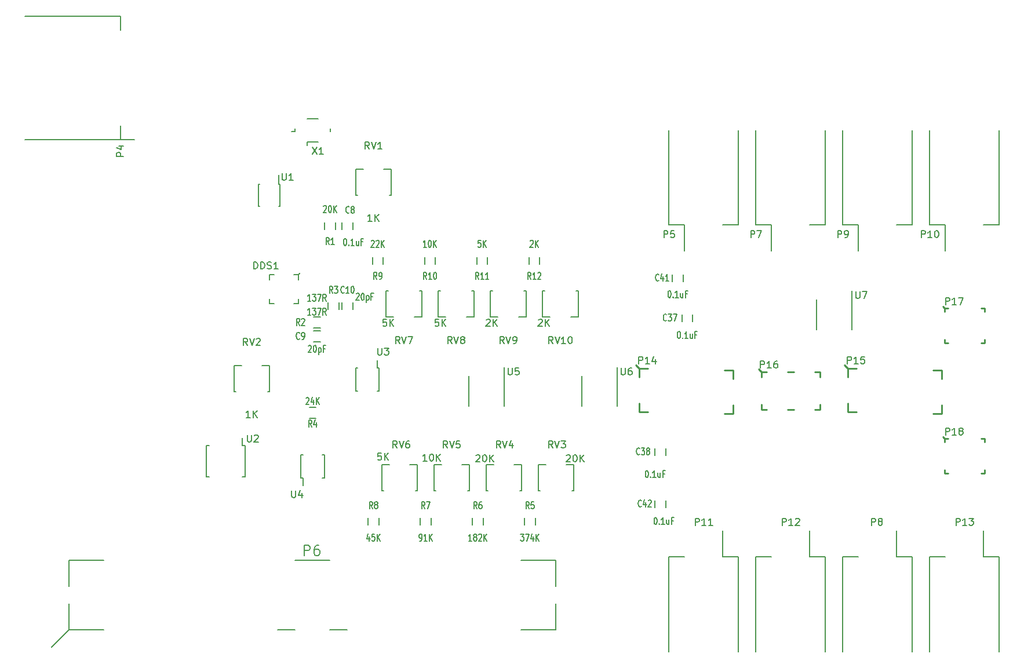
<source format=gto>
G04 (created by PCBNEW (2013-mar-13)-testing) date Fri 28 Mar 2014 08:54:37 PM PDT*
%MOIN*%
G04 Gerber Fmt 3.4, Leading zero omitted, Abs format*
%FSLAX34Y34*%
G01*
G70*
G90*
G04 APERTURE LIST*
%ADD10C,0.005906*%
%ADD11C,0.009843*%
%ADD12C,0.008000*%
%ADD13C,0.006000*%
G04 APERTURE END LIST*
G54D10*
X95500Y-55250D02*
X95500Y-56750D01*
X95500Y-54250D02*
X95500Y-52750D01*
X93500Y-52750D02*
X95500Y-52750D01*
X93500Y-56750D02*
X95500Y-56750D01*
X82500Y-56750D02*
X83500Y-56750D01*
X79500Y-56750D02*
X80500Y-56750D01*
X80500Y-52750D02*
X82500Y-52750D01*
X67500Y-56750D02*
X67500Y-55250D01*
X67500Y-54250D02*
X67500Y-52750D01*
X69500Y-52750D02*
X67500Y-52750D01*
X69500Y-56750D02*
X67500Y-56750D01*
X67500Y-56750D02*
X66500Y-57750D01*
G54D11*
X100300Y-41700D02*
X100100Y-41500D01*
X100300Y-42200D02*
X100300Y-41700D01*
X100300Y-41700D02*
X100800Y-41700D01*
X100800Y-44200D02*
X100300Y-44200D01*
X100300Y-44200D02*
X100300Y-43700D01*
X105700Y-43800D02*
X105700Y-44300D01*
X105700Y-44300D02*
X105200Y-44300D01*
X105200Y-41800D02*
X105700Y-41800D01*
X105700Y-41800D02*
X105700Y-42300D01*
X112300Y-41700D02*
X112100Y-41500D01*
X112300Y-42200D02*
X112300Y-41700D01*
X112300Y-41700D02*
X112800Y-41700D01*
X112800Y-44200D02*
X112300Y-44200D01*
X112300Y-44200D02*
X112300Y-43700D01*
X117700Y-43800D02*
X117700Y-44300D01*
X117700Y-44300D02*
X117200Y-44300D01*
X117200Y-41800D02*
X117700Y-41800D01*
X117700Y-41800D02*
X117700Y-42300D01*
X108803Y-41917D02*
X109196Y-41917D01*
X108803Y-44082D02*
X109196Y-44082D01*
X107307Y-41897D02*
X107149Y-41740D01*
X107326Y-42212D02*
X107326Y-41917D01*
X107326Y-41917D02*
X107622Y-41917D01*
X107622Y-44082D02*
X107326Y-44082D01*
X107326Y-44082D02*
X107326Y-43787D01*
X110673Y-43787D02*
X110673Y-44082D01*
X110673Y-44082D02*
X110377Y-44082D01*
X110673Y-41917D02*
X110673Y-42212D01*
X110377Y-41917D02*
X110673Y-41917D01*
X117850Y-38250D02*
X117750Y-38150D01*
X117850Y-38250D02*
X118050Y-38250D01*
X117850Y-38250D02*
X117850Y-38450D01*
X117850Y-40250D02*
X117850Y-40050D01*
X117850Y-40250D02*
X118050Y-40250D01*
X120150Y-40050D02*
X120150Y-40250D01*
X120150Y-40250D02*
X119950Y-40250D01*
X120150Y-38450D02*
X120150Y-38250D01*
X120150Y-38250D02*
X119950Y-38250D01*
X117850Y-45750D02*
X117750Y-45650D01*
X117850Y-45750D02*
X118050Y-45750D01*
X117850Y-45750D02*
X117850Y-45950D01*
X117850Y-47750D02*
X117850Y-47550D01*
X117850Y-47750D02*
X118050Y-47750D01*
X120150Y-47550D02*
X120150Y-47750D01*
X120150Y-47750D02*
X119950Y-47750D01*
X120150Y-45950D02*
X120150Y-45750D01*
X120150Y-45750D02*
X119950Y-45750D01*
G54D10*
X106000Y-33450D02*
X105100Y-33450D01*
X102000Y-33450D02*
X102900Y-33450D01*
X102900Y-33450D02*
X102900Y-34950D01*
X106000Y-28000D02*
X106000Y-33450D01*
X102000Y-28000D02*
X102000Y-33450D01*
X117000Y-52550D02*
X117900Y-52550D01*
X121000Y-52550D02*
X120100Y-52550D01*
X120100Y-52550D02*
X120100Y-51050D01*
X117000Y-58000D02*
X117000Y-52550D01*
X121000Y-58000D02*
X121000Y-52550D01*
X107000Y-52550D02*
X107900Y-52550D01*
X111000Y-52550D02*
X110100Y-52550D01*
X110100Y-52550D02*
X110100Y-51050D01*
X107000Y-58000D02*
X107000Y-52550D01*
X111000Y-58000D02*
X111000Y-52550D01*
X102000Y-52550D02*
X102900Y-52550D01*
X106000Y-52550D02*
X105100Y-52550D01*
X105100Y-52550D02*
X105100Y-51050D01*
X102000Y-58000D02*
X102000Y-52550D01*
X106000Y-58000D02*
X106000Y-52550D01*
X121000Y-33450D02*
X120100Y-33450D01*
X117000Y-33450D02*
X117900Y-33450D01*
X117900Y-33450D02*
X117900Y-34950D01*
X121000Y-28000D02*
X121000Y-33450D01*
X117000Y-28000D02*
X117000Y-33450D01*
X116000Y-33450D02*
X115100Y-33450D01*
X112000Y-33450D02*
X112900Y-33450D01*
X112900Y-33450D02*
X112900Y-34950D01*
X116000Y-28000D02*
X116000Y-33450D01*
X112000Y-28000D02*
X112000Y-33450D01*
X112000Y-52550D02*
X112900Y-52550D01*
X116000Y-52550D02*
X115100Y-52550D01*
X115100Y-52550D02*
X115100Y-51050D01*
X112000Y-58000D02*
X112000Y-52550D01*
X116000Y-58000D02*
X116000Y-52550D01*
X111000Y-33450D02*
X110100Y-33450D01*
X107000Y-33450D02*
X107900Y-33450D01*
X107900Y-33450D02*
X107900Y-34950D01*
X111000Y-28000D02*
X111000Y-33450D01*
X107000Y-28000D02*
X107000Y-33450D01*
X83185Y-33303D02*
X83185Y-33696D01*
X83814Y-33303D02*
X83814Y-33696D01*
X81553Y-40164D02*
X81946Y-40164D01*
X81553Y-39535D02*
X81946Y-39535D01*
X83185Y-37903D02*
X83185Y-38296D01*
X83814Y-37903D02*
X83814Y-38296D01*
X103364Y-38996D02*
X103364Y-38603D01*
X102735Y-38996D02*
X102735Y-38603D01*
X101185Y-46303D02*
X101185Y-46696D01*
X101814Y-46303D02*
X101814Y-46696D01*
X102185Y-36303D02*
X102185Y-36696D01*
X102814Y-36303D02*
X102814Y-36696D01*
X101814Y-49696D02*
X101814Y-49303D01*
X101185Y-49696D02*
X101185Y-49303D01*
X82814Y-33696D02*
X82814Y-33303D01*
X82185Y-33696D02*
X82185Y-33303D01*
X81946Y-38735D02*
X81553Y-38735D01*
X81946Y-39364D02*
X81553Y-39364D01*
X83014Y-38296D02*
X83014Y-37903D01*
X82385Y-38296D02*
X82385Y-37903D01*
X81696Y-43935D02*
X81303Y-43935D01*
X81696Y-44564D02*
X81303Y-44564D01*
X93685Y-50303D02*
X93685Y-50696D01*
X94314Y-50303D02*
X94314Y-50696D01*
X90685Y-50303D02*
X90685Y-50696D01*
X91314Y-50303D02*
X91314Y-50696D01*
X87685Y-50303D02*
X87685Y-50696D01*
X88314Y-50303D02*
X88314Y-50696D01*
X84685Y-50303D02*
X84685Y-50696D01*
X85314Y-50303D02*
X85314Y-50696D01*
X85564Y-35696D02*
X85564Y-35303D01*
X84935Y-35696D02*
X84935Y-35303D01*
X88564Y-35696D02*
X88564Y-35303D01*
X87935Y-35696D02*
X87935Y-35303D01*
X91564Y-35696D02*
X91564Y-35303D01*
X90935Y-35696D02*
X90935Y-35303D01*
X94564Y-35696D02*
X94564Y-35303D01*
X93935Y-35696D02*
X93935Y-35303D01*
X70462Y-21850D02*
X70462Y-22244D01*
X70462Y-28149D02*
X70462Y-27755D01*
X70462Y-28543D02*
X71250Y-28543D01*
X70462Y-21456D02*
X70462Y-21850D01*
X70462Y-28543D02*
X70462Y-28149D01*
X70462Y-21456D02*
X64950Y-21456D01*
X70462Y-28543D02*
X64950Y-28543D01*
X80279Y-28078D02*
X80476Y-28078D01*
X80476Y-27921D02*
X80476Y-28078D01*
X81185Y-28669D02*
X81185Y-28866D01*
X81185Y-28669D02*
X81814Y-28669D01*
X81814Y-27330D02*
X81185Y-27330D01*
X82523Y-27921D02*
X82523Y-28078D01*
X78448Y-32379D02*
X78370Y-32379D01*
X78370Y-32379D02*
X78370Y-31120D01*
X78370Y-31120D02*
X78448Y-31120D01*
X79551Y-32379D02*
X79629Y-32379D01*
X79629Y-32379D02*
X79629Y-31120D01*
X79629Y-31120D02*
X79551Y-31120D01*
X79551Y-31120D02*
X79551Y-30568D01*
X85590Y-30251D02*
X86023Y-30251D01*
X86023Y-30251D02*
X86023Y-31748D01*
X86023Y-31748D02*
X85905Y-31748D01*
X84409Y-30251D02*
X83976Y-30251D01*
X83976Y-30251D02*
X83976Y-31748D01*
X83976Y-31748D02*
X84094Y-31748D01*
X78590Y-41551D02*
X79023Y-41551D01*
X79023Y-41551D02*
X79023Y-43048D01*
X79023Y-43048D02*
X78905Y-43048D01*
X77409Y-41551D02*
X76976Y-41551D01*
X76976Y-41551D02*
X76976Y-43048D01*
X76976Y-43048D02*
X77094Y-43048D01*
X96090Y-47251D02*
X96523Y-47251D01*
X96523Y-47251D02*
X96523Y-48748D01*
X96523Y-48748D02*
X96405Y-48748D01*
X94909Y-47251D02*
X94476Y-47251D01*
X94476Y-47251D02*
X94476Y-48748D01*
X94476Y-48748D02*
X94594Y-48748D01*
X93090Y-47251D02*
X93523Y-47251D01*
X93523Y-47251D02*
X93523Y-48748D01*
X93523Y-48748D02*
X93405Y-48748D01*
X91909Y-47251D02*
X91476Y-47251D01*
X91476Y-47251D02*
X91476Y-48748D01*
X91476Y-48748D02*
X91594Y-48748D01*
X90090Y-47251D02*
X90523Y-47251D01*
X90523Y-47251D02*
X90523Y-48748D01*
X90523Y-48748D02*
X90405Y-48748D01*
X88909Y-47251D02*
X88476Y-47251D01*
X88476Y-47251D02*
X88476Y-48748D01*
X88476Y-48748D02*
X88594Y-48748D01*
X87090Y-47251D02*
X87523Y-47251D01*
X87523Y-47251D02*
X87523Y-48748D01*
X87523Y-48748D02*
X87405Y-48748D01*
X85909Y-47251D02*
X85476Y-47251D01*
X85476Y-47251D02*
X85476Y-48748D01*
X85476Y-48748D02*
X85594Y-48748D01*
X86159Y-38748D02*
X85726Y-38748D01*
X85726Y-38748D02*
X85726Y-37251D01*
X85726Y-37251D02*
X85844Y-37251D01*
X87340Y-38748D02*
X87773Y-38748D01*
X87773Y-38748D02*
X87773Y-37251D01*
X87773Y-37251D02*
X87655Y-37251D01*
X89159Y-38748D02*
X88726Y-38748D01*
X88726Y-38748D02*
X88726Y-37251D01*
X88726Y-37251D02*
X88844Y-37251D01*
X90340Y-38748D02*
X90773Y-38748D01*
X90773Y-38748D02*
X90773Y-37251D01*
X90773Y-37251D02*
X90655Y-37251D01*
X92159Y-38748D02*
X91726Y-38748D01*
X91726Y-38748D02*
X91726Y-37251D01*
X91726Y-37251D02*
X91844Y-37251D01*
X93340Y-38748D02*
X93773Y-38748D01*
X93773Y-38748D02*
X93773Y-37251D01*
X93773Y-37251D02*
X93655Y-37251D01*
X95159Y-38748D02*
X94726Y-38748D01*
X94726Y-38748D02*
X94726Y-37251D01*
X94726Y-37251D02*
X94844Y-37251D01*
X96340Y-38748D02*
X96773Y-38748D01*
X96773Y-38748D02*
X96773Y-37251D01*
X96773Y-37251D02*
X96655Y-37251D01*
X110476Y-39466D02*
X110476Y-37733D01*
X112523Y-39466D02*
X112523Y-37261D01*
X96976Y-43866D02*
X96976Y-42133D01*
X99023Y-43866D02*
X99023Y-41661D01*
X90476Y-43866D02*
X90476Y-42133D01*
X92523Y-43866D02*
X92523Y-41661D01*
X80676Y-36323D02*
X80794Y-36205D01*
X80676Y-36598D02*
X80676Y-36323D01*
X80676Y-36323D02*
X80401Y-36323D01*
X79023Y-36598D02*
X79023Y-36323D01*
X79023Y-36323D02*
X79298Y-36323D01*
X79298Y-37976D02*
X79023Y-37976D01*
X79023Y-37976D02*
X79023Y-37701D01*
X80401Y-37976D02*
X80676Y-37976D01*
X80676Y-37976D02*
X80676Y-37701D01*
X82169Y-46680D02*
X82169Y-48019D01*
X82169Y-48019D02*
X82051Y-48019D01*
X82051Y-46680D02*
X82169Y-46680D01*
X80948Y-46680D02*
X80830Y-46680D01*
X80830Y-46680D02*
X80830Y-48019D01*
X80830Y-48019D02*
X80948Y-48019D01*
X80948Y-48019D02*
X80948Y-48452D01*
X83980Y-43019D02*
X83980Y-41680D01*
X83980Y-41680D02*
X84098Y-41680D01*
X84098Y-43019D02*
X83980Y-43019D01*
X85201Y-43019D02*
X85319Y-43019D01*
X85319Y-43019D02*
X85319Y-41680D01*
X85319Y-41680D02*
X85201Y-41680D01*
X85201Y-41680D02*
X85201Y-41247D01*
X75555Y-47955D02*
X75397Y-47955D01*
X75397Y-47955D02*
X75397Y-46144D01*
X75397Y-46144D02*
X75555Y-46144D01*
X77444Y-47955D02*
X77602Y-47955D01*
X77602Y-47955D02*
X77602Y-46144D01*
X77602Y-46144D02*
X77444Y-46144D01*
X77444Y-46144D02*
X77444Y-45711D01*
X81014Y-52467D02*
X81014Y-51876D01*
X81239Y-51876D01*
X81295Y-51904D01*
X81323Y-51932D01*
X81351Y-51989D01*
X81351Y-52073D01*
X81323Y-52129D01*
X81295Y-52157D01*
X81239Y-52185D01*
X81014Y-52185D01*
X81857Y-51876D02*
X81745Y-51876D01*
X81689Y-51904D01*
X81660Y-51932D01*
X81604Y-52017D01*
X81576Y-52129D01*
X81576Y-52354D01*
X81604Y-52410D01*
X81632Y-52439D01*
X81689Y-52467D01*
X81801Y-52467D01*
X81857Y-52439D01*
X81885Y-52410D01*
X81914Y-52354D01*
X81914Y-52214D01*
X81885Y-52157D01*
X81857Y-52129D01*
X81801Y-52101D01*
X81689Y-52101D01*
X81632Y-52129D01*
X81604Y-52157D01*
X81576Y-52214D01*
G54D12*
X100264Y-41430D02*
X100264Y-41030D01*
X100416Y-41030D01*
X100454Y-41050D01*
X100473Y-41069D01*
X100492Y-41107D01*
X100492Y-41164D01*
X100473Y-41202D01*
X100454Y-41221D01*
X100416Y-41240D01*
X100264Y-41240D01*
X100873Y-41430D02*
X100645Y-41430D01*
X100759Y-41430D02*
X100759Y-41030D01*
X100721Y-41088D01*
X100683Y-41126D01*
X100645Y-41145D01*
X101216Y-41164D02*
X101216Y-41430D01*
X101121Y-41011D02*
X101026Y-41297D01*
X101273Y-41297D01*
X112264Y-41430D02*
X112264Y-41030D01*
X112416Y-41030D01*
X112454Y-41050D01*
X112473Y-41069D01*
X112492Y-41107D01*
X112492Y-41164D01*
X112473Y-41202D01*
X112454Y-41221D01*
X112416Y-41240D01*
X112264Y-41240D01*
X112873Y-41430D02*
X112645Y-41430D01*
X112759Y-41430D02*
X112759Y-41030D01*
X112721Y-41088D01*
X112683Y-41126D01*
X112645Y-41145D01*
X113235Y-41030D02*
X113045Y-41030D01*
X113026Y-41221D01*
X113045Y-41202D01*
X113083Y-41183D01*
X113178Y-41183D01*
X113216Y-41202D01*
X113235Y-41221D01*
X113254Y-41259D01*
X113254Y-41354D01*
X113235Y-41392D01*
X113216Y-41411D01*
X113178Y-41430D01*
X113083Y-41430D01*
X113045Y-41411D01*
X113026Y-41392D01*
X107264Y-41680D02*
X107264Y-41280D01*
X107416Y-41280D01*
X107454Y-41300D01*
X107473Y-41319D01*
X107492Y-41357D01*
X107492Y-41414D01*
X107473Y-41452D01*
X107454Y-41471D01*
X107416Y-41490D01*
X107264Y-41490D01*
X107873Y-41680D02*
X107645Y-41680D01*
X107759Y-41680D02*
X107759Y-41280D01*
X107721Y-41338D01*
X107683Y-41376D01*
X107645Y-41395D01*
X108216Y-41280D02*
X108140Y-41280D01*
X108102Y-41300D01*
X108083Y-41319D01*
X108045Y-41376D01*
X108026Y-41452D01*
X108026Y-41604D01*
X108045Y-41642D01*
X108064Y-41661D01*
X108102Y-41680D01*
X108178Y-41680D01*
X108216Y-41661D01*
X108235Y-41642D01*
X108254Y-41604D01*
X108254Y-41509D01*
X108235Y-41471D01*
X108216Y-41452D01*
X108178Y-41433D01*
X108102Y-41433D01*
X108064Y-41452D01*
X108045Y-41471D01*
X108026Y-41509D01*
X117914Y-38030D02*
X117914Y-37630D01*
X118066Y-37630D01*
X118104Y-37650D01*
X118123Y-37669D01*
X118142Y-37707D01*
X118142Y-37764D01*
X118123Y-37802D01*
X118104Y-37821D01*
X118066Y-37840D01*
X117914Y-37840D01*
X118523Y-38030D02*
X118295Y-38030D01*
X118409Y-38030D02*
X118409Y-37630D01*
X118371Y-37688D01*
X118333Y-37726D01*
X118295Y-37745D01*
X118657Y-37630D02*
X118923Y-37630D01*
X118752Y-38030D01*
X117914Y-45530D02*
X117914Y-45130D01*
X118066Y-45130D01*
X118104Y-45150D01*
X118123Y-45169D01*
X118142Y-45207D01*
X118142Y-45264D01*
X118123Y-45302D01*
X118104Y-45321D01*
X118066Y-45340D01*
X117914Y-45340D01*
X118523Y-45530D02*
X118295Y-45530D01*
X118409Y-45530D02*
X118409Y-45130D01*
X118371Y-45188D01*
X118333Y-45226D01*
X118295Y-45245D01*
X118752Y-45302D02*
X118714Y-45283D01*
X118695Y-45264D01*
X118676Y-45226D01*
X118676Y-45207D01*
X118695Y-45169D01*
X118714Y-45150D01*
X118752Y-45130D01*
X118828Y-45130D01*
X118866Y-45150D01*
X118885Y-45169D01*
X118904Y-45207D01*
X118904Y-45226D01*
X118885Y-45264D01*
X118866Y-45283D01*
X118828Y-45302D01*
X118752Y-45302D01*
X118714Y-45321D01*
X118695Y-45340D01*
X118676Y-45378D01*
X118676Y-45454D01*
X118695Y-45492D01*
X118714Y-45511D01*
X118752Y-45530D01*
X118828Y-45530D01*
X118866Y-45511D01*
X118885Y-45492D01*
X118904Y-45454D01*
X118904Y-45378D01*
X118885Y-45340D01*
X118866Y-45321D01*
X118828Y-45302D01*
G54D13*
X101704Y-34180D02*
X101704Y-33780D01*
X101857Y-33780D01*
X101895Y-33800D01*
X101914Y-33819D01*
X101933Y-33857D01*
X101933Y-33914D01*
X101914Y-33952D01*
X101895Y-33971D01*
X101857Y-33990D01*
X101704Y-33990D01*
X102295Y-33780D02*
X102104Y-33780D01*
X102085Y-33971D01*
X102104Y-33952D01*
X102142Y-33933D01*
X102238Y-33933D01*
X102276Y-33952D01*
X102295Y-33971D01*
X102314Y-34009D01*
X102314Y-34104D01*
X102295Y-34142D01*
X102276Y-34161D01*
X102238Y-34180D01*
X102142Y-34180D01*
X102104Y-34161D01*
X102085Y-34142D01*
X118514Y-50730D02*
X118514Y-50330D01*
X118666Y-50330D01*
X118704Y-50350D01*
X118723Y-50369D01*
X118742Y-50407D01*
X118742Y-50464D01*
X118723Y-50502D01*
X118704Y-50521D01*
X118666Y-50540D01*
X118514Y-50540D01*
X119123Y-50730D02*
X118895Y-50730D01*
X119009Y-50730D02*
X119009Y-50330D01*
X118971Y-50388D01*
X118933Y-50426D01*
X118895Y-50445D01*
X119257Y-50330D02*
X119504Y-50330D01*
X119371Y-50483D01*
X119428Y-50483D01*
X119466Y-50502D01*
X119485Y-50521D01*
X119504Y-50559D01*
X119504Y-50654D01*
X119485Y-50692D01*
X119466Y-50711D01*
X119428Y-50730D01*
X119314Y-50730D01*
X119276Y-50711D01*
X119257Y-50692D01*
X108514Y-50730D02*
X108514Y-50330D01*
X108666Y-50330D01*
X108704Y-50350D01*
X108723Y-50369D01*
X108742Y-50407D01*
X108742Y-50464D01*
X108723Y-50502D01*
X108704Y-50521D01*
X108666Y-50540D01*
X108514Y-50540D01*
X109123Y-50730D02*
X108895Y-50730D01*
X109009Y-50730D02*
X109009Y-50330D01*
X108971Y-50388D01*
X108933Y-50426D01*
X108895Y-50445D01*
X109276Y-50369D02*
X109295Y-50350D01*
X109333Y-50330D01*
X109428Y-50330D01*
X109466Y-50350D01*
X109485Y-50369D01*
X109504Y-50407D01*
X109504Y-50445D01*
X109485Y-50502D01*
X109257Y-50730D01*
X109504Y-50730D01*
X103514Y-50730D02*
X103514Y-50330D01*
X103666Y-50330D01*
X103704Y-50350D01*
X103723Y-50369D01*
X103742Y-50407D01*
X103742Y-50464D01*
X103723Y-50502D01*
X103704Y-50521D01*
X103666Y-50540D01*
X103514Y-50540D01*
X104123Y-50730D02*
X103895Y-50730D01*
X104009Y-50730D02*
X104009Y-50330D01*
X103971Y-50388D01*
X103933Y-50426D01*
X103895Y-50445D01*
X104504Y-50730D02*
X104276Y-50730D01*
X104390Y-50730D02*
X104390Y-50330D01*
X104352Y-50388D01*
X104314Y-50426D01*
X104276Y-50445D01*
X116514Y-34180D02*
X116514Y-33780D01*
X116666Y-33780D01*
X116704Y-33800D01*
X116723Y-33819D01*
X116742Y-33857D01*
X116742Y-33914D01*
X116723Y-33952D01*
X116704Y-33971D01*
X116666Y-33990D01*
X116514Y-33990D01*
X117123Y-34180D02*
X116895Y-34180D01*
X117009Y-34180D02*
X117009Y-33780D01*
X116971Y-33838D01*
X116933Y-33876D01*
X116895Y-33895D01*
X117371Y-33780D02*
X117409Y-33780D01*
X117447Y-33800D01*
X117466Y-33819D01*
X117485Y-33857D01*
X117504Y-33933D01*
X117504Y-34028D01*
X117485Y-34104D01*
X117466Y-34142D01*
X117447Y-34161D01*
X117409Y-34180D01*
X117371Y-34180D01*
X117333Y-34161D01*
X117314Y-34142D01*
X117295Y-34104D01*
X117276Y-34028D01*
X117276Y-33933D01*
X117295Y-33857D01*
X117314Y-33819D01*
X117333Y-33800D01*
X117371Y-33780D01*
X111704Y-34180D02*
X111704Y-33780D01*
X111857Y-33780D01*
X111895Y-33800D01*
X111914Y-33819D01*
X111933Y-33857D01*
X111933Y-33914D01*
X111914Y-33952D01*
X111895Y-33971D01*
X111857Y-33990D01*
X111704Y-33990D01*
X112123Y-34180D02*
X112200Y-34180D01*
X112238Y-34161D01*
X112257Y-34142D01*
X112295Y-34085D01*
X112314Y-34009D01*
X112314Y-33857D01*
X112295Y-33819D01*
X112276Y-33800D01*
X112238Y-33780D01*
X112161Y-33780D01*
X112123Y-33800D01*
X112104Y-33819D01*
X112085Y-33857D01*
X112085Y-33952D01*
X112104Y-33990D01*
X112123Y-34009D01*
X112161Y-34028D01*
X112238Y-34028D01*
X112276Y-34009D01*
X112295Y-33990D01*
X112314Y-33952D01*
X113654Y-50730D02*
X113654Y-50330D01*
X113807Y-50330D01*
X113845Y-50350D01*
X113864Y-50369D01*
X113883Y-50407D01*
X113883Y-50464D01*
X113864Y-50502D01*
X113845Y-50521D01*
X113807Y-50540D01*
X113654Y-50540D01*
X114111Y-50502D02*
X114073Y-50483D01*
X114054Y-50464D01*
X114035Y-50426D01*
X114035Y-50407D01*
X114054Y-50369D01*
X114073Y-50350D01*
X114111Y-50330D01*
X114188Y-50330D01*
X114226Y-50350D01*
X114245Y-50369D01*
X114264Y-50407D01*
X114264Y-50426D01*
X114245Y-50464D01*
X114226Y-50483D01*
X114188Y-50502D01*
X114111Y-50502D01*
X114073Y-50521D01*
X114054Y-50540D01*
X114035Y-50578D01*
X114035Y-50654D01*
X114054Y-50692D01*
X114073Y-50711D01*
X114111Y-50730D01*
X114188Y-50730D01*
X114226Y-50711D01*
X114245Y-50692D01*
X114264Y-50654D01*
X114264Y-50578D01*
X114245Y-50540D01*
X114226Y-50521D01*
X114188Y-50502D01*
X106704Y-34180D02*
X106704Y-33780D01*
X106857Y-33780D01*
X106895Y-33800D01*
X106914Y-33819D01*
X106933Y-33857D01*
X106933Y-33914D01*
X106914Y-33952D01*
X106895Y-33971D01*
X106857Y-33990D01*
X106704Y-33990D01*
X107066Y-33780D02*
X107333Y-33780D01*
X107161Y-34180D01*
X83600Y-32742D02*
X83585Y-32761D01*
X83542Y-32780D01*
X83514Y-32780D01*
X83471Y-32761D01*
X83442Y-32723D01*
X83428Y-32685D01*
X83414Y-32609D01*
X83414Y-32552D01*
X83428Y-32476D01*
X83442Y-32438D01*
X83471Y-32400D01*
X83514Y-32380D01*
X83542Y-32380D01*
X83585Y-32400D01*
X83600Y-32419D01*
X83771Y-32552D02*
X83742Y-32533D01*
X83728Y-32514D01*
X83714Y-32476D01*
X83714Y-32457D01*
X83728Y-32419D01*
X83742Y-32400D01*
X83771Y-32380D01*
X83828Y-32380D01*
X83857Y-32400D01*
X83871Y-32419D01*
X83885Y-32457D01*
X83885Y-32476D01*
X83871Y-32514D01*
X83857Y-32533D01*
X83828Y-32552D01*
X83771Y-32552D01*
X83742Y-32571D01*
X83728Y-32590D01*
X83714Y-32628D01*
X83714Y-32704D01*
X83728Y-32742D01*
X83742Y-32761D01*
X83771Y-32780D01*
X83828Y-32780D01*
X83857Y-32761D01*
X83871Y-32742D01*
X83885Y-32704D01*
X83885Y-32628D01*
X83871Y-32590D01*
X83857Y-32571D01*
X83828Y-32552D01*
X83357Y-34230D02*
X83385Y-34230D01*
X83414Y-34250D01*
X83428Y-34269D01*
X83442Y-34307D01*
X83457Y-34383D01*
X83457Y-34478D01*
X83442Y-34554D01*
X83428Y-34592D01*
X83414Y-34611D01*
X83385Y-34630D01*
X83357Y-34630D01*
X83328Y-34611D01*
X83314Y-34592D01*
X83300Y-34554D01*
X83285Y-34478D01*
X83285Y-34383D01*
X83300Y-34307D01*
X83314Y-34269D01*
X83328Y-34250D01*
X83357Y-34230D01*
X83585Y-34592D02*
X83600Y-34611D01*
X83585Y-34630D01*
X83571Y-34611D01*
X83585Y-34592D01*
X83585Y-34630D01*
X83885Y-34630D02*
X83714Y-34630D01*
X83800Y-34630D02*
X83800Y-34230D01*
X83771Y-34288D01*
X83742Y-34326D01*
X83714Y-34345D01*
X84142Y-34364D02*
X84142Y-34630D01*
X84014Y-34364D02*
X84014Y-34573D01*
X84028Y-34611D01*
X84057Y-34630D01*
X84100Y-34630D01*
X84128Y-34611D01*
X84142Y-34592D01*
X84385Y-34421D02*
X84285Y-34421D01*
X84285Y-34630D02*
X84285Y-34230D01*
X84428Y-34230D01*
X80750Y-39992D02*
X80735Y-40011D01*
X80692Y-40030D01*
X80664Y-40030D01*
X80621Y-40011D01*
X80592Y-39973D01*
X80578Y-39935D01*
X80564Y-39859D01*
X80564Y-39802D01*
X80578Y-39726D01*
X80592Y-39688D01*
X80621Y-39650D01*
X80664Y-39630D01*
X80692Y-39630D01*
X80735Y-39650D01*
X80750Y-39669D01*
X80892Y-40030D02*
X80950Y-40030D01*
X80978Y-40011D01*
X80992Y-39992D01*
X81021Y-39935D01*
X81035Y-39859D01*
X81035Y-39707D01*
X81021Y-39669D01*
X81007Y-39650D01*
X80978Y-39630D01*
X80921Y-39630D01*
X80892Y-39650D01*
X80878Y-39669D01*
X80864Y-39707D01*
X80864Y-39802D01*
X80878Y-39840D01*
X80892Y-39859D01*
X80921Y-39878D01*
X80978Y-39878D01*
X81007Y-39859D01*
X81021Y-39840D01*
X81035Y-39802D01*
X81257Y-40419D02*
X81271Y-40400D01*
X81300Y-40380D01*
X81371Y-40380D01*
X81400Y-40400D01*
X81414Y-40419D01*
X81428Y-40457D01*
X81428Y-40495D01*
X81414Y-40552D01*
X81242Y-40780D01*
X81428Y-40780D01*
X81614Y-40380D02*
X81642Y-40380D01*
X81671Y-40400D01*
X81685Y-40419D01*
X81700Y-40457D01*
X81714Y-40533D01*
X81714Y-40628D01*
X81700Y-40704D01*
X81685Y-40742D01*
X81671Y-40761D01*
X81642Y-40780D01*
X81614Y-40780D01*
X81585Y-40761D01*
X81571Y-40742D01*
X81557Y-40704D01*
X81542Y-40628D01*
X81542Y-40533D01*
X81557Y-40457D01*
X81571Y-40419D01*
X81585Y-40400D01*
X81614Y-40380D01*
X81842Y-40514D02*
X81842Y-40914D01*
X81842Y-40533D02*
X81871Y-40514D01*
X81928Y-40514D01*
X81957Y-40533D01*
X81971Y-40552D01*
X81985Y-40590D01*
X81985Y-40704D01*
X81971Y-40742D01*
X81957Y-40761D01*
X81928Y-40780D01*
X81871Y-40780D01*
X81842Y-40761D01*
X82214Y-40571D02*
X82114Y-40571D01*
X82114Y-40780D02*
X82114Y-40380D01*
X82257Y-40380D01*
X83307Y-37342D02*
X83292Y-37361D01*
X83250Y-37380D01*
X83221Y-37380D01*
X83178Y-37361D01*
X83150Y-37323D01*
X83135Y-37285D01*
X83121Y-37209D01*
X83121Y-37152D01*
X83135Y-37076D01*
X83150Y-37038D01*
X83178Y-37000D01*
X83221Y-36980D01*
X83250Y-36980D01*
X83292Y-37000D01*
X83307Y-37019D01*
X83592Y-37380D02*
X83421Y-37380D01*
X83507Y-37380D02*
X83507Y-36980D01*
X83478Y-37038D01*
X83450Y-37076D01*
X83421Y-37095D01*
X83778Y-36980D02*
X83807Y-36980D01*
X83835Y-37000D01*
X83850Y-37019D01*
X83864Y-37057D01*
X83878Y-37133D01*
X83878Y-37228D01*
X83864Y-37304D01*
X83850Y-37342D01*
X83835Y-37361D01*
X83807Y-37380D01*
X83778Y-37380D01*
X83750Y-37361D01*
X83735Y-37342D01*
X83721Y-37304D01*
X83707Y-37228D01*
X83707Y-37133D01*
X83721Y-37057D01*
X83735Y-37019D01*
X83750Y-37000D01*
X83778Y-36980D01*
X84007Y-37419D02*
X84021Y-37400D01*
X84050Y-37380D01*
X84121Y-37380D01*
X84150Y-37400D01*
X84164Y-37419D01*
X84178Y-37457D01*
X84178Y-37495D01*
X84164Y-37552D01*
X83992Y-37780D01*
X84178Y-37780D01*
X84364Y-37380D02*
X84392Y-37380D01*
X84421Y-37400D01*
X84435Y-37419D01*
X84450Y-37457D01*
X84464Y-37533D01*
X84464Y-37628D01*
X84450Y-37704D01*
X84435Y-37742D01*
X84421Y-37761D01*
X84392Y-37780D01*
X84364Y-37780D01*
X84335Y-37761D01*
X84321Y-37742D01*
X84307Y-37704D01*
X84292Y-37628D01*
X84292Y-37533D01*
X84307Y-37457D01*
X84321Y-37419D01*
X84335Y-37400D01*
X84364Y-37380D01*
X84592Y-37514D02*
X84592Y-37914D01*
X84592Y-37533D02*
X84621Y-37514D01*
X84678Y-37514D01*
X84707Y-37533D01*
X84721Y-37552D01*
X84735Y-37590D01*
X84735Y-37704D01*
X84721Y-37742D01*
X84707Y-37761D01*
X84678Y-37780D01*
X84621Y-37780D01*
X84592Y-37761D01*
X84964Y-37571D02*
X84864Y-37571D01*
X84864Y-37780D02*
X84864Y-37380D01*
X85007Y-37380D01*
X101857Y-38942D02*
X101842Y-38961D01*
X101800Y-38980D01*
X101771Y-38980D01*
X101728Y-38961D01*
X101700Y-38923D01*
X101685Y-38885D01*
X101671Y-38809D01*
X101671Y-38752D01*
X101685Y-38676D01*
X101700Y-38638D01*
X101728Y-38600D01*
X101771Y-38580D01*
X101800Y-38580D01*
X101842Y-38600D01*
X101857Y-38619D01*
X101957Y-38580D02*
X102142Y-38580D01*
X102042Y-38733D01*
X102085Y-38733D01*
X102114Y-38752D01*
X102128Y-38771D01*
X102142Y-38809D01*
X102142Y-38904D01*
X102128Y-38942D01*
X102114Y-38961D01*
X102085Y-38980D01*
X102000Y-38980D01*
X101971Y-38961D01*
X101957Y-38942D01*
X102242Y-38580D02*
X102442Y-38580D01*
X102314Y-38980D01*
X102557Y-39580D02*
X102585Y-39580D01*
X102614Y-39600D01*
X102628Y-39619D01*
X102642Y-39657D01*
X102657Y-39733D01*
X102657Y-39828D01*
X102642Y-39904D01*
X102628Y-39942D01*
X102614Y-39961D01*
X102585Y-39980D01*
X102557Y-39980D01*
X102528Y-39961D01*
X102514Y-39942D01*
X102500Y-39904D01*
X102485Y-39828D01*
X102485Y-39733D01*
X102500Y-39657D01*
X102514Y-39619D01*
X102528Y-39600D01*
X102557Y-39580D01*
X102785Y-39942D02*
X102800Y-39961D01*
X102785Y-39980D01*
X102771Y-39961D01*
X102785Y-39942D01*
X102785Y-39980D01*
X103085Y-39980D02*
X102914Y-39980D01*
X103000Y-39980D02*
X103000Y-39580D01*
X102971Y-39638D01*
X102942Y-39676D01*
X102914Y-39695D01*
X103342Y-39714D02*
X103342Y-39980D01*
X103214Y-39714D02*
X103214Y-39923D01*
X103228Y-39961D01*
X103257Y-39980D01*
X103300Y-39980D01*
X103328Y-39961D01*
X103342Y-39942D01*
X103585Y-39771D02*
X103485Y-39771D01*
X103485Y-39980D02*
X103485Y-39580D01*
X103628Y-39580D01*
X100307Y-46642D02*
X100292Y-46661D01*
X100250Y-46680D01*
X100221Y-46680D01*
X100178Y-46661D01*
X100150Y-46623D01*
X100135Y-46585D01*
X100121Y-46509D01*
X100121Y-46452D01*
X100135Y-46376D01*
X100150Y-46338D01*
X100178Y-46300D01*
X100221Y-46280D01*
X100250Y-46280D01*
X100292Y-46300D01*
X100307Y-46319D01*
X100407Y-46280D02*
X100592Y-46280D01*
X100492Y-46433D01*
X100535Y-46433D01*
X100564Y-46452D01*
X100578Y-46471D01*
X100592Y-46509D01*
X100592Y-46604D01*
X100578Y-46642D01*
X100564Y-46661D01*
X100535Y-46680D01*
X100450Y-46680D01*
X100421Y-46661D01*
X100407Y-46642D01*
X100764Y-46452D02*
X100735Y-46433D01*
X100721Y-46414D01*
X100707Y-46376D01*
X100707Y-46357D01*
X100721Y-46319D01*
X100735Y-46300D01*
X100764Y-46280D01*
X100821Y-46280D01*
X100850Y-46300D01*
X100864Y-46319D01*
X100878Y-46357D01*
X100878Y-46376D01*
X100864Y-46414D01*
X100850Y-46433D01*
X100821Y-46452D01*
X100764Y-46452D01*
X100735Y-46471D01*
X100721Y-46490D01*
X100707Y-46528D01*
X100707Y-46604D01*
X100721Y-46642D01*
X100735Y-46661D01*
X100764Y-46680D01*
X100821Y-46680D01*
X100850Y-46661D01*
X100864Y-46642D01*
X100878Y-46604D01*
X100878Y-46528D01*
X100864Y-46490D01*
X100850Y-46471D01*
X100821Y-46452D01*
X100707Y-47580D02*
X100735Y-47580D01*
X100764Y-47600D01*
X100778Y-47619D01*
X100792Y-47657D01*
X100807Y-47733D01*
X100807Y-47828D01*
X100792Y-47904D01*
X100778Y-47942D01*
X100764Y-47961D01*
X100735Y-47980D01*
X100707Y-47980D01*
X100678Y-47961D01*
X100664Y-47942D01*
X100650Y-47904D01*
X100635Y-47828D01*
X100635Y-47733D01*
X100650Y-47657D01*
X100664Y-47619D01*
X100678Y-47600D01*
X100707Y-47580D01*
X100935Y-47942D02*
X100950Y-47961D01*
X100935Y-47980D01*
X100921Y-47961D01*
X100935Y-47942D01*
X100935Y-47980D01*
X101235Y-47980D02*
X101064Y-47980D01*
X101150Y-47980D02*
X101150Y-47580D01*
X101121Y-47638D01*
X101092Y-47676D01*
X101064Y-47695D01*
X101492Y-47714D02*
X101492Y-47980D01*
X101364Y-47714D02*
X101364Y-47923D01*
X101378Y-47961D01*
X101407Y-47980D01*
X101450Y-47980D01*
X101478Y-47961D01*
X101492Y-47942D01*
X101735Y-47771D02*
X101635Y-47771D01*
X101635Y-47980D02*
X101635Y-47580D01*
X101778Y-47580D01*
X101407Y-36642D02*
X101392Y-36661D01*
X101350Y-36680D01*
X101321Y-36680D01*
X101278Y-36661D01*
X101250Y-36623D01*
X101235Y-36585D01*
X101221Y-36509D01*
X101221Y-36452D01*
X101235Y-36376D01*
X101250Y-36338D01*
X101278Y-36300D01*
X101321Y-36280D01*
X101350Y-36280D01*
X101392Y-36300D01*
X101407Y-36319D01*
X101664Y-36414D02*
X101664Y-36680D01*
X101592Y-36261D02*
X101521Y-36547D01*
X101707Y-36547D01*
X101978Y-36680D02*
X101807Y-36680D01*
X101892Y-36680D02*
X101892Y-36280D01*
X101864Y-36338D01*
X101835Y-36376D01*
X101807Y-36395D01*
X102007Y-37230D02*
X102035Y-37230D01*
X102064Y-37250D01*
X102078Y-37269D01*
X102092Y-37307D01*
X102107Y-37383D01*
X102107Y-37478D01*
X102092Y-37554D01*
X102078Y-37592D01*
X102064Y-37611D01*
X102035Y-37630D01*
X102007Y-37630D01*
X101978Y-37611D01*
X101964Y-37592D01*
X101950Y-37554D01*
X101935Y-37478D01*
X101935Y-37383D01*
X101950Y-37307D01*
X101964Y-37269D01*
X101978Y-37250D01*
X102007Y-37230D01*
X102235Y-37592D02*
X102250Y-37611D01*
X102235Y-37630D01*
X102221Y-37611D01*
X102235Y-37592D01*
X102235Y-37630D01*
X102535Y-37630D02*
X102364Y-37630D01*
X102450Y-37630D02*
X102450Y-37230D01*
X102421Y-37288D01*
X102392Y-37326D01*
X102364Y-37345D01*
X102792Y-37364D02*
X102792Y-37630D01*
X102664Y-37364D02*
X102664Y-37573D01*
X102678Y-37611D01*
X102707Y-37630D01*
X102750Y-37630D01*
X102778Y-37611D01*
X102792Y-37592D01*
X103035Y-37421D02*
X102935Y-37421D01*
X102935Y-37630D02*
X102935Y-37230D01*
X103078Y-37230D01*
X100407Y-49642D02*
X100392Y-49661D01*
X100350Y-49680D01*
X100321Y-49680D01*
X100278Y-49661D01*
X100250Y-49623D01*
X100235Y-49585D01*
X100221Y-49509D01*
X100221Y-49452D01*
X100235Y-49376D01*
X100250Y-49338D01*
X100278Y-49300D01*
X100321Y-49280D01*
X100350Y-49280D01*
X100392Y-49300D01*
X100407Y-49319D01*
X100664Y-49414D02*
X100664Y-49680D01*
X100592Y-49261D02*
X100521Y-49547D01*
X100707Y-49547D01*
X100807Y-49319D02*
X100821Y-49300D01*
X100850Y-49280D01*
X100921Y-49280D01*
X100950Y-49300D01*
X100964Y-49319D01*
X100978Y-49357D01*
X100978Y-49395D01*
X100964Y-49452D01*
X100792Y-49680D01*
X100978Y-49680D01*
X101207Y-50280D02*
X101235Y-50280D01*
X101264Y-50300D01*
X101278Y-50319D01*
X101292Y-50357D01*
X101307Y-50433D01*
X101307Y-50528D01*
X101292Y-50604D01*
X101278Y-50642D01*
X101264Y-50661D01*
X101235Y-50680D01*
X101207Y-50680D01*
X101178Y-50661D01*
X101164Y-50642D01*
X101150Y-50604D01*
X101135Y-50528D01*
X101135Y-50433D01*
X101150Y-50357D01*
X101164Y-50319D01*
X101178Y-50300D01*
X101207Y-50280D01*
X101435Y-50642D02*
X101450Y-50661D01*
X101435Y-50680D01*
X101421Y-50661D01*
X101435Y-50642D01*
X101435Y-50680D01*
X101735Y-50680D02*
X101564Y-50680D01*
X101650Y-50680D02*
X101650Y-50280D01*
X101621Y-50338D01*
X101592Y-50376D01*
X101564Y-50395D01*
X101992Y-50414D02*
X101992Y-50680D01*
X101864Y-50414D02*
X101864Y-50623D01*
X101878Y-50661D01*
X101907Y-50680D01*
X101950Y-50680D01*
X101978Y-50661D01*
X101992Y-50642D01*
X102235Y-50471D02*
X102135Y-50471D01*
X102135Y-50680D02*
X102135Y-50280D01*
X102278Y-50280D01*
X82450Y-34580D02*
X82350Y-34390D01*
X82278Y-34580D02*
X82278Y-34180D01*
X82392Y-34180D01*
X82421Y-34200D01*
X82435Y-34219D01*
X82450Y-34257D01*
X82450Y-34314D01*
X82435Y-34352D01*
X82421Y-34371D01*
X82392Y-34390D01*
X82278Y-34390D01*
X82735Y-34580D02*
X82564Y-34580D01*
X82650Y-34580D02*
X82650Y-34180D01*
X82621Y-34238D01*
X82592Y-34276D01*
X82564Y-34295D01*
X82121Y-32369D02*
X82135Y-32350D01*
X82164Y-32330D01*
X82235Y-32330D01*
X82264Y-32350D01*
X82278Y-32369D01*
X82292Y-32407D01*
X82292Y-32445D01*
X82278Y-32502D01*
X82107Y-32730D01*
X82292Y-32730D01*
X82478Y-32330D02*
X82507Y-32330D01*
X82535Y-32350D01*
X82550Y-32369D01*
X82564Y-32407D01*
X82578Y-32483D01*
X82578Y-32578D01*
X82564Y-32654D01*
X82550Y-32692D01*
X82535Y-32711D01*
X82507Y-32730D01*
X82478Y-32730D01*
X82450Y-32711D01*
X82435Y-32692D01*
X82421Y-32654D01*
X82407Y-32578D01*
X82407Y-32483D01*
X82421Y-32407D01*
X82435Y-32369D01*
X82450Y-32350D01*
X82478Y-32330D01*
X82707Y-32730D02*
X82707Y-32330D01*
X82878Y-32730D02*
X82750Y-32502D01*
X82878Y-32330D02*
X82707Y-32559D01*
X80750Y-39230D02*
X80650Y-39040D01*
X80578Y-39230D02*
X80578Y-38830D01*
X80692Y-38830D01*
X80721Y-38850D01*
X80735Y-38869D01*
X80750Y-38907D01*
X80750Y-38964D01*
X80735Y-39002D01*
X80721Y-39021D01*
X80692Y-39040D01*
X80578Y-39040D01*
X80864Y-38869D02*
X80878Y-38850D01*
X80907Y-38830D01*
X80978Y-38830D01*
X81007Y-38850D01*
X81021Y-38869D01*
X81035Y-38907D01*
X81035Y-38945D01*
X81021Y-39002D01*
X80850Y-39230D01*
X81035Y-39230D01*
X81400Y-38630D02*
X81228Y-38630D01*
X81314Y-38630D02*
X81314Y-38230D01*
X81285Y-38288D01*
X81257Y-38326D01*
X81228Y-38345D01*
X81500Y-38230D02*
X81685Y-38230D01*
X81585Y-38383D01*
X81628Y-38383D01*
X81657Y-38402D01*
X81671Y-38421D01*
X81685Y-38459D01*
X81685Y-38554D01*
X81671Y-38592D01*
X81657Y-38611D01*
X81628Y-38630D01*
X81542Y-38630D01*
X81514Y-38611D01*
X81500Y-38592D01*
X81785Y-38230D02*
X81985Y-38230D01*
X81857Y-38630D01*
X82271Y-38630D02*
X82171Y-38440D01*
X82100Y-38630D02*
X82100Y-38230D01*
X82214Y-38230D01*
X82242Y-38250D01*
X82257Y-38269D01*
X82271Y-38307D01*
X82271Y-38364D01*
X82257Y-38402D01*
X82242Y-38421D01*
X82214Y-38440D01*
X82100Y-38440D01*
X82650Y-37380D02*
X82550Y-37190D01*
X82478Y-37380D02*
X82478Y-36980D01*
X82592Y-36980D01*
X82621Y-37000D01*
X82635Y-37019D01*
X82650Y-37057D01*
X82650Y-37114D01*
X82635Y-37152D01*
X82621Y-37171D01*
X82592Y-37190D01*
X82478Y-37190D01*
X82750Y-36980D02*
X82935Y-36980D01*
X82835Y-37133D01*
X82878Y-37133D01*
X82907Y-37152D01*
X82921Y-37171D01*
X82935Y-37209D01*
X82935Y-37304D01*
X82921Y-37342D01*
X82907Y-37361D01*
X82878Y-37380D01*
X82792Y-37380D01*
X82764Y-37361D01*
X82750Y-37342D01*
X81400Y-37830D02*
X81228Y-37830D01*
X81314Y-37830D02*
X81314Y-37430D01*
X81285Y-37488D01*
X81257Y-37526D01*
X81228Y-37545D01*
X81500Y-37430D02*
X81685Y-37430D01*
X81585Y-37583D01*
X81628Y-37583D01*
X81657Y-37602D01*
X81671Y-37621D01*
X81685Y-37659D01*
X81685Y-37754D01*
X81671Y-37792D01*
X81657Y-37811D01*
X81628Y-37830D01*
X81542Y-37830D01*
X81514Y-37811D01*
X81500Y-37792D01*
X81785Y-37430D02*
X81985Y-37430D01*
X81857Y-37830D01*
X82271Y-37830D02*
X82171Y-37640D01*
X82100Y-37830D02*
X82100Y-37430D01*
X82214Y-37430D01*
X82242Y-37450D01*
X82257Y-37469D01*
X82271Y-37507D01*
X82271Y-37564D01*
X82257Y-37602D01*
X82242Y-37621D01*
X82214Y-37640D01*
X82100Y-37640D01*
X81450Y-45080D02*
X81350Y-44890D01*
X81278Y-45080D02*
X81278Y-44680D01*
X81392Y-44680D01*
X81421Y-44700D01*
X81435Y-44719D01*
X81450Y-44757D01*
X81450Y-44814D01*
X81435Y-44852D01*
X81421Y-44871D01*
X81392Y-44890D01*
X81278Y-44890D01*
X81707Y-44814D02*
X81707Y-45080D01*
X81635Y-44661D02*
X81564Y-44947D01*
X81750Y-44947D01*
X81121Y-43419D02*
X81135Y-43400D01*
X81164Y-43380D01*
X81235Y-43380D01*
X81264Y-43400D01*
X81278Y-43419D01*
X81292Y-43457D01*
X81292Y-43495D01*
X81278Y-43552D01*
X81107Y-43780D01*
X81292Y-43780D01*
X81550Y-43514D02*
X81550Y-43780D01*
X81478Y-43361D02*
X81407Y-43647D01*
X81592Y-43647D01*
X81707Y-43780D02*
X81707Y-43380D01*
X81878Y-43780D02*
X81750Y-43552D01*
X81878Y-43380D02*
X81707Y-43609D01*
X93950Y-49780D02*
X93850Y-49590D01*
X93778Y-49780D02*
X93778Y-49380D01*
X93892Y-49380D01*
X93921Y-49400D01*
X93935Y-49419D01*
X93950Y-49457D01*
X93950Y-49514D01*
X93935Y-49552D01*
X93921Y-49571D01*
X93892Y-49590D01*
X93778Y-49590D01*
X94221Y-49380D02*
X94078Y-49380D01*
X94064Y-49571D01*
X94078Y-49552D01*
X94107Y-49533D01*
X94178Y-49533D01*
X94207Y-49552D01*
X94221Y-49571D01*
X94235Y-49609D01*
X94235Y-49704D01*
X94221Y-49742D01*
X94207Y-49761D01*
X94178Y-49780D01*
X94107Y-49780D01*
X94078Y-49761D01*
X94064Y-49742D01*
X93464Y-51230D02*
X93650Y-51230D01*
X93550Y-51383D01*
X93592Y-51383D01*
X93621Y-51402D01*
X93635Y-51421D01*
X93650Y-51459D01*
X93650Y-51554D01*
X93635Y-51592D01*
X93621Y-51611D01*
X93592Y-51630D01*
X93507Y-51630D01*
X93478Y-51611D01*
X93464Y-51592D01*
X93750Y-51230D02*
X93950Y-51230D01*
X93821Y-51630D01*
X94192Y-51364D02*
X94192Y-51630D01*
X94121Y-51211D02*
X94050Y-51497D01*
X94235Y-51497D01*
X94350Y-51630D02*
X94350Y-51230D01*
X94521Y-51630D02*
X94392Y-51402D01*
X94521Y-51230D02*
X94350Y-51459D01*
X90950Y-49780D02*
X90850Y-49590D01*
X90778Y-49780D02*
X90778Y-49380D01*
X90892Y-49380D01*
X90921Y-49400D01*
X90935Y-49419D01*
X90950Y-49457D01*
X90950Y-49514D01*
X90935Y-49552D01*
X90921Y-49571D01*
X90892Y-49590D01*
X90778Y-49590D01*
X91207Y-49380D02*
X91150Y-49380D01*
X91121Y-49400D01*
X91107Y-49419D01*
X91078Y-49476D01*
X91064Y-49552D01*
X91064Y-49704D01*
X91078Y-49742D01*
X91092Y-49761D01*
X91121Y-49780D01*
X91178Y-49780D01*
X91207Y-49761D01*
X91221Y-49742D01*
X91235Y-49704D01*
X91235Y-49609D01*
X91221Y-49571D01*
X91207Y-49552D01*
X91178Y-49533D01*
X91121Y-49533D01*
X91092Y-49552D01*
X91078Y-49571D01*
X91064Y-49609D01*
X90650Y-51630D02*
X90478Y-51630D01*
X90564Y-51630D02*
X90564Y-51230D01*
X90535Y-51288D01*
X90507Y-51326D01*
X90478Y-51345D01*
X90821Y-51402D02*
X90792Y-51383D01*
X90778Y-51364D01*
X90764Y-51326D01*
X90764Y-51307D01*
X90778Y-51269D01*
X90792Y-51250D01*
X90821Y-51230D01*
X90878Y-51230D01*
X90907Y-51250D01*
X90921Y-51269D01*
X90935Y-51307D01*
X90935Y-51326D01*
X90921Y-51364D01*
X90907Y-51383D01*
X90878Y-51402D01*
X90821Y-51402D01*
X90792Y-51421D01*
X90778Y-51440D01*
X90764Y-51478D01*
X90764Y-51554D01*
X90778Y-51592D01*
X90792Y-51611D01*
X90821Y-51630D01*
X90878Y-51630D01*
X90907Y-51611D01*
X90921Y-51592D01*
X90935Y-51554D01*
X90935Y-51478D01*
X90921Y-51440D01*
X90907Y-51421D01*
X90878Y-51402D01*
X91050Y-51269D02*
X91064Y-51250D01*
X91092Y-51230D01*
X91164Y-51230D01*
X91192Y-51250D01*
X91207Y-51269D01*
X91221Y-51307D01*
X91221Y-51345D01*
X91207Y-51402D01*
X91035Y-51630D01*
X91221Y-51630D01*
X91350Y-51630D02*
X91350Y-51230D01*
X91521Y-51630D02*
X91392Y-51402D01*
X91521Y-51230D02*
X91350Y-51459D01*
X87950Y-49780D02*
X87850Y-49590D01*
X87778Y-49780D02*
X87778Y-49380D01*
X87892Y-49380D01*
X87921Y-49400D01*
X87935Y-49419D01*
X87950Y-49457D01*
X87950Y-49514D01*
X87935Y-49552D01*
X87921Y-49571D01*
X87892Y-49590D01*
X87778Y-49590D01*
X88050Y-49380D02*
X88250Y-49380D01*
X88121Y-49780D01*
X87650Y-51630D02*
X87707Y-51630D01*
X87735Y-51611D01*
X87750Y-51592D01*
X87778Y-51535D01*
X87792Y-51459D01*
X87792Y-51307D01*
X87778Y-51269D01*
X87764Y-51250D01*
X87735Y-51230D01*
X87678Y-51230D01*
X87650Y-51250D01*
X87635Y-51269D01*
X87621Y-51307D01*
X87621Y-51402D01*
X87635Y-51440D01*
X87650Y-51459D01*
X87678Y-51478D01*
X87735Y-51478D01*
X87764Y-51459D01*
X87778Y-51440D01*
X87792Y-51402D01*
X88078Y-51630D02*
X87907Y-51630D01*
X87992Y-51630D02*
X87992Y-51230D01*
X87964Y-51288D01*
X87935Y-51326D01*
X87907Y-51345D01*
X88207Y-51630D02*
X88207Y-51230D01*
X88378Y-51630D02*
X88250Y-51402D01*
X88378Y-51230D02*
X88207Y-51459D01*
X84950Y-49780D02*
X84850Y-49590D01*
X84778Y-49780D02*
X84778Y-49380D01*
X84892Y-49380D01*
X84921Y-49400D01*
X84935Y-49419D01*
X84950Y-49457D01*
X84950Y-49514D01*
X84935Y-49552D01*
X84921Y-49571D01*
X84892Y-49590D01*
X84778Y-49590D01*
X85121Y-49552D02*
X85092Y-49533D01*
X85078Y-49514D01*
X85064Y-49476D01*
X85064Y-49457D01*
X85078Y-49419D01*
X85092Y-49400D01*
X85121Y-49380D01*
X85178Y-49380D01*
X85207Y-49400D01*
X85221Y-49419D01*
X85235Y-49457D01*
X85235Y-49476D01*
X85221Y-49514D01*
X85207Y-49533D01*
X85178Y-49552D01*
X85121Y-49552D01*
X85092Y-49571D01*
X85078Y-49590D01*
X85064Y-49628D01*
X85064Y-49704D01*
X85078Y-49742D01*
X85092Y-49761D01*
X85121Y-49780D01*
X85178Y-49780D01*
X85207Y-49761D01*
X85221Y-49742D01*
X85235Y-49704D01*
X85235Y-49628D01*
X85221Y-49590D01*
X85207Y-49571D01*
X85178Y-49552D01*
X84764Y-51364D02*
X84764Y-51630D01*
X84692Y-51211D02*
X84621Y-51497D01*
X84807Y-51497D01*
X85064Y-51230D02*
X84921Y-51230D01*
X84907Y-51421D01*
X84921Y-51402D01*
X84950Y-51383D01*
X85021Y-51383D01*
X85050Y-51402D01*
X85064Y-51421D01*
X85078Y-51459D01*
X85078Y-51554D01*
X85064Y-51592D01*
X85050Y-51611D01*
X85021Y-51630D01*
X84950Y-51630D01*
X84921Y-51611D01*
X84907Y-51592D01*
X85207Y-51630D02*
X85207Y-51230D01*
X85378Y-51630D02*
X85250Y-51402D01*
X85378Y-51230D02*
X85207Y-51459D01*
X85200Y-36580D02*
X85100Y-36390D01*
X85028Y-36580D02*
X85028Y-36180D01*
X85142Y-36180D01*
X85171Y-36200D01*
X85185Y-36219D01*
X85200Y-36257D01*
X85200Y-36314D01*
X85185Y-36352D01*
X85171Y-36371D01*
X85142Y-36390D01*
X85028Y-36390D01*
X85342Y-36580D02*
X85400Y-36580D01*
X85428Y-36561D01*
X85442Y-36542D01*
X85471Y-36485D01*
X85485Y-36409D01*
X85485Y-36257D01*
X85471Y-36219D01*
X85457Y-36200D01*
X85428Y-36180D01*
X85371Y-36180D01*
X85342Y-36200D01*
X85328Y-36219D01*
X85314Y-36257D01*
X85314Y-36352D01*
X85328Y-36390D01*
X85342Y-36409D01*
X85371Y-36428D01*
X85428Y-36428D01*
X85457Y-36409D01*
X85471Y-36390D01*
X85485Y-36352D01*
X84871Y-34369D02*
X84885Y-34350D01*
X84914Y-34330D01*
X84985Y-34330D01*
X85014Y-34350D01*
X85028Y-34369D01*
X85042Y-34407D01*
X85042Y-34445D01*
X85028Y-34502D01*
X84857Y-34730D01*
X85042Y-34730D01*
X85157Y-34369D02*
X85171Y-34350D01*
X85200Y-34330D01*
X85271Y-34330D01*
X85300Y-34350D01*
X85314Y-34369D01*
X85328Y-34407D01*
X85328Y-34445D01*
X85314Y-34502D01*
X85142Y-34730D01*
X85328Y-34730D01*
X85457Y-34730D02*
X85457Y-34330D01*
X85628Y-34730D02*
X85500Y-34502D01*
X85628Y-34330D02*
X85457Y-34559D01*
X88057Y-36580D02*
X87957Y-36390D01*
X87885Y-36580D02*
X87885Y-36180D01*
X88000Y-36180D01*
X88028Y-36200D01*
X88042Y-36219D01*
X88057Y-36257D01*
X88057Y-36314D01*
X88042Y-36352D01*
X88028Y-36371D01*
X88000Y-36390D01*
X87885Y-36390D01*
X88342Y-36580D02*
X88171Y-36580D01*
X88257Y-36580D02*
X88257Y-36180D01*
X88228Y-36238D01*
X88200Y-36276D01*
X88171Y-36295D01*
X88528Y-36180D02*
X88557Y-36180D01*
X88585Y-36200D01*
X88600Y-36219D01*
X88614Y-36257D01*
X88628Y-36333D01*
X88628Y-36428D01*
X88614Y-36504D01*
X88600Y-36542D01*
X88585Y-36561D01*
X88557Y-36580D01*
X88528Y-36580D01*
X88500Y-36561D01*
X88485Y-36542D01*
X88471Y-36504D01*
X88457Y-36428D01*
X88457Y-36333D01*
X88471Y-36257D01*
X88485Y-36219D01*
X88500Y-36200D01*
X88528Y-36180D01*
X88042Y-34730D02*
X87871Y-34730D01*
X87957Y-34730D02*
X87957Y-34330D01*
X87928Y-34388D01*
X87900Y-34426D01*
X87871Y-34445D01*
X88228Y-34330D02*
X88257Y-34330D01*
X88285Y-34350D01*
X88300Y-34369D01*
X88314Y-34407D01*
X88328Y-34483D01*
X88328Y-34578D01*
X88314Y-34654D01*
X88300Y-34692D01*
X88285Y-34711D01*
X88257Y-34730D01*
X88228Y-34730D01*
X88200Y-34711D01*
X88185Y-34692D01*
X88171Y-34654D01*
X88157Y-34578D01*
X88157Y-34483D01*
X88171Y-34407D01*
X88185Y-34369D01*
X88200Y-34350D01*
X88228Y-34330D01*
X88457Y-34730D02*
X88457Y-34330D01*
X88628Y-34730D02*
X88500Y-34502D01*
X88628Y-34330D02*
X88457Y-34559D01*
X91057Y-36580D02*
X90957Y-36390D01*
X90885Y-36580D02*
X90885Y-36180D01*
X91000Y-36180D01*
X91028Y-36200D01*
X91042Y-36219D01*
X91057Y-36257D01*
X91057Y-36314D01*
X91042Y-36352D01*
X91028Y-36371D01*
X91000Y-36390D01*
X90885Y-36390D01*
X91342Y-36580D02*
X91171Y-36580D01*
X91257Y-36580D02*
X91257Y-36180D01*
X91228Y-36238D01*
X91200Y-36276D01*
X91171Y-36295D01*
X91628Y-36580D02*
X91457Y-36580D01*
X91542Y-36580D02*
X91542Y-36180D01*
X91514Y-36238D01*
X91485Y-36276D01*
X91457Y-36295D01*
X91171Y-34330D02*
X91028Y-34330D01*
X91014Y-34521D01*
X91028Y-34502D01*
X91057Y-34483D01*
X91128Y-34483D01*
X91157Y-34502D01*
X91171Y-34521D01*
X91185Y-34559D01*
X91185Y-34654D01*
X91171Y-34692D01*
X91157Y-34711D01*
X91128Y-34730D01*
X91057Y-34730D01*
X91028Y-34711D01*
X91014Y-34692D01*
X91314Y-34730D02*
X91314Y-34330D01*
X91485Y-34730D02*
X91357Y-34502D01*
X91485Y-34330D02*
X91314Y-34559D01*
X94057Y-36580D02*
X93957Y-36390D01*
X93885Y-36580D02*
X93885Y-36180D01*
X94000Y-36180D01*
X94028Y-36200D01*
X94042Y-36219D01*
X94057Y-36257D01*
X94057Y-36314D01*
X94042Y-36352D01*
X94028Y-36371D01*
X94000Y-36390D01*
X93885Y-36390D01*
X94342Y-36580D02*
X94171Y-36580D01*
X94257Y-36580D02*
X94257Y-36180D01*
X94228Y-36238D01*
X94200Y-36276D01*
X94171Y-36295D01*
X94457Y-36219D02*
X94471Y-36200D01*
X94500Y-36180D01*
X94571Y-36180D01*
X94600Y-36200D01*
X94614Y-36219D01*
X94628Y-36257D01*
X94628Y-36295D01*
X94614Y-36352D01*
X94442Y-36580D01*
X94628Y-36580D01*
X94014Y-34369D02*
X94028Y-34350D01*
X94057Y-34330D01*
X94128Y-34330D01*
X94157Y-34350D01*
X94171Y-34369D01*
X94185Y-34407D01*
X94185Y-34445D01*
X94171Y-34502D01*
X94000Y-34730D01*
X94185Y-34730D01*
X94314Y-34730D02*
X94314Y-34330D01*
X94485Y-34730D02*
X94357Y-34502D01*
X94485Y-34330D02*
X94314Y-34559D01*
X70630Y-29495D02*
X70230Y-29495D01*
X70230Y-29342D01*
X70250Y-29304D01*
X70269Y-29285D01*
X70307Y-29266D01*
X70364Y-29266D01*
X70402Y-29285D01*
X70421Y-29304D01*
X70440Y-29342D01*
X70440Y-29495D01*
X70364Y-28923D02*
X70630Y-28923D01*
X70211Y-29019D02*
X70497Y-29114D01*
X70497Y-28866D01*
X81476Y-28980D02*
X81742Y-29380D01*
X81742Y-28980D02*
X81476Y-29380D01*
X82104Y-29380D02*
X81876Y-29380D01*
X81990Y-29380D02*
X81990Y-28980D01*
X81952Y-29038D01*
X81914Y-29076D01*
X81876Y-29095D01*
X79745Y-30480D02*
X79745Y-30804D01*
X79764Y-30842D01*
X79783Y-30861D01*
X79821Y-30880D01*
X79897Y-30880D01*
X79935Y-30861D01*
X79954Y-30842D01*
X79973Y-30804D01*
X79973Y-30480D01*
X80373Y-30880D02*
X80145Y-30880D01*
X80259Y-30880D02*
X80259Y-30480D01*
X80221Y-30538D01*
X80183Y-30576D01*
X80145Y-30595D01*
X84761Y-29080D02*
X84628Y-28890D01*
X84533Y-29080D02*
X84533Y-28680D01*
X84685Y-28680D01*
X84723Y-28700D01*
X84742Y-28719D01*
X84761Y-28757D01*
X84761Y-28814D01*
X84742Y-28852D01*
X84723Y-28871D01*
X84685Y-28890D01*
X84533Y-28890D01*
X84876Y-28680D02*
X85009Y-29080D01*
X85142Y-28680D01*
X85485Y-29080D02*
X85257Y-29080D01*
X85371Y-29080D02*
X85371Y-28680D01*
X85333Y-28738D01*
X85295Y-28776D01*
X85257Y-28795D01*
X84914Y-33230D02*
X84685Y-33230D01*
X84800Y-33230D02*
X84800Y-32830D01*
X84761Y-32888D01*
X84723Y-32926D01*
X84685Y-32945D01*
X85085Y-33230D02*
X85085Y-32830D01*
X85314Y-33230D02*
X85142Y-33002D01*
X85314Y-32830D02*
X85085Y-33059D01*
X77761Y-40380D02*
X77628Y-40190D01*
X77533Y-40380D02*
X77533Y-39980D01*
X77685Y-39980D01*
X77723Y-40000D01*
X77742Y-40019D01*
X77761Y-40057D01*
X77761Y-40114D01*
X77742Y-40152D01*
X77723Y-40171D01*
X77685Y-40190D01*
X77533Y-40190D01*
X77876Y-39980D02*
X78009Y-40380D01*
X78142Y-39980D01*
X78257Y-40019D02*
X78276Y-40000D01*
X78314Y-39980D01*
X78409Y-39980D01*
X78447Y-40000D01*
X78466Y-40019D01*
X78485Y-40057D01*
X78485Y-40095D01*
X78466Y-40152D01*
X78238Y-40380D01*
X78485Y-40380D01*
X77914Y-44530D02*
X77685Y-44530D01*
X77800Y-44530D02*
X77800Y-44130D01*
X77761Y-44188D01*
X77723Y-44226D01*
X77685Y-44245D01*
X78085Y-44530D02*
X78085Y-44130D01*
X78314Y-44530D02*
X78142Y-44302D01*
X78314Y-44130D02*
X78085Y-44359D01*
X95311Y-46280D02*
X95178Y-46090D01*
X95083Y-46280D02*
X95083Y-45880D01*
X95235Y-45880D01*
X95273Y-45900D01*
X95292Y-45919D01*
X95311Y-45957D01*
X95311Y-46014D01*
X95292Y-46052D01*
X95273Y-46071D01*
X95235Y-46090D01*
X95083Y-46090D01*
X95426Y-45880D02*
X95559Y-46280D01*
X95692Y-45880D01*
X95788Y-45880D02*
X96035Y-45880D01*
X95902Y-46033D01*
X95959Y-46033D01*
X95997Y-46052D01*
X96016Y-46071D01*
X96035Y-46109D01*
X96035Y-46204D01*
X96016Y-46242D01*
X95997Y-46261D01*
X95959Y-46280D01*
X95845Y-46280D01*
X95807Y-46261D01*
X95788Y-46242D01*
X96095Y-46719D02*
X96114Y-46700D01*
X96152Y-46680D01*
X96247Y-46680D01*
X96285Y-46700D01*
X96304Y-46719D01*
X96323Y-46757D01*
X96323Y-46795D01*
X96304Y-46852D01*
X96076Y-47080D01*
X96323Y-47080D01*
X96571Y-46680D02*
X96609Y-46680D01*
X96647Y-46700D01*
X96666Y-46719D01*
X96685Y-46757D01*
X96704Y-46833D01*
X96704Y-46928D01*
X96685Y-47004D01*
X96666Y-47042D01*
X96647Y-47061D01*
X96609Y-47080D01*
X96571Y-47080D01*
X96533Y-47061D01*
X96514Y-47042D01*
X96495Y-47004D01*
X96476Y-46928D01*
X96476Y-46833D01*
X96495Y-46757D01*
X96514Y-46719D01*
X96533Y-46700D01*
X96571Y-46680D01*
X96876Y-47080D02*
X96876Y-46680D01*
X97104Y-47080D02*
X96933Y-46852D01*
X97104Y-46680D02*
X96876Y-46909D01*
X92311Y-46280D02*
X92178Y-46090D01*
X92083Y-46280D02*
X92083Y-45880D01*
X92235Y-45880D01*
X92273Y-45900D01*
X92292Y-45919D01*
X92311Y-45957D01*
X92311Y-46014D01*
X92292Y-46052D01*
X92273Y-46071D01*
X92235Y-46090D01*
X92083Y-46090D01*
X92426Y-45880D02*
X92559Y-46280D01*
X92692Y-45880D01*
X92997Y-46014D02*
X92997Y-46280D01*
X92902Y-45861D02*
X92807Y-46147D01*
X93054Y-46147D01*
X90895Y-46719D02*
X90914Y-46700D01*
X90952Y-46680D01*
X91047Y-46680D01*
X91085Y-46700D01*
X91104Y-46719D01*
X91123Y-46757D01*
X91123Y-46795D01*
X91104Y-46852D01*
X90876Y-47080D01*
X91123Y-47080D01*
X91371Y-46680D02*
X91409Y-46680D01*
X91447Y-46700D01*
X91466Y-46719D01*
X91485Y-46757D01*
X91504Y-46833D01*
X91504Y-46928D01*
X91485Y-47004D01*
X91466Y-47042D01*
X91447Y-47061D01*
X91409Y-47080D01*
X91371Y-47080D01*
X91333Y-47061D01*
X91314Y-47042D01*
X91295Y-47004D01*
X91276Y-46928D01*
X91276Y-46833D01*
X91295Y-46757D01*
X91314Y-46719D01*
X91333Y-46700D01*
X91371Y-46680D01*
X91676Y-47080D02*
X91676Y-46680D01*
X91904Y-47080D02*
X91733Y-46852D01*
X91904Y-46680D02*
X91676Y-46909D01*
X89261Y-46280D02*
X89128Y-46090D01*
X89033Y-46280D02*
X89033Y-45880D01*
X89185Y-45880D01*
X89223Y-45900D01*
X89242Y-45919D01*
X89261Y-45957D01*
X89261Y-46014D01*
X89242Y-46052D01*
X89223Y-46071D01*
X89185Y-46090D01*
X89033Y-46090D01*
X89376Y-45880D02*
X89509Y-46280D01*
X89642Y-45880D01*
X89966Y-45880D02*
X89776Y-45880D01*
X89757Y-46071D01*
X89776Y-46052D01*
X89814Y-46033D01*
X89909Y-46033D01*
X89947Y-46052D01*
X89966Y-46071D01*
X89985Y-46109D01*
X89985Y-46204D01*
X89966Y-46242D01*
X89947Y-46261D01*
X89909Y-46280D01*
X89814Y-46280D01*
X89776Y-46261D01*
X89757Y-46242D01*
X88073Y-47030D02*
X87845Y-47030D01*
X87959Y-47030D02*
X87959Y-46630D01*
X87921Y-46688D01*
X87883Y-46726D01*
X87845Y-46745D01*
X88321Y-46630D02*
X88359Y-46630D01*
X88397Y-46650D01*
X88416Y-46669D01*
X88435Y-46707D01*
X88454Y-46783D01*
X88454Y-46878D01*
X88435Y-46954D01*
X88416Y-46992D01*
X88397Y-47011D01*
X88359Y-47030D01*
X88321Y-47030D01*
X88283Y-47011D01*
X88264Y-46992D01*
X88245Y-46954D01*
X88226Y-46878D01*
X88226Y-46783D01*
X88245Y-46707D01*
X88264Y-46669D01*
X88283Y-46650D01*
X88321Y-46630D01*
X88626Y-47030D02*
X88626Y-46630D01*
X88854Y-47030D02*
X88683Y-46802D01*
X88854Y-46630D02*
X88626Y-46859D01*
X86361Y-46280D02*
X86228Y-46090D01*
X86133Y-46280D02*
X86133Y-45880D01*
X86285Y-45880D01*
X86323Y-45900D01*
X86342Y-45919D01*
X86361Y-45957D01*
X86361Y-46014D01*
X86342Y-46052D01*
X86323Y-46071D01*
X86285Y-46090D01*
X86133Y-46090D01*
X86476Y-45880D02*
X86609Y-46280D01*
X86742Y-45880D01*
X87047Y-45880D02*
X86971Y-45880D01*
X86933Y-45900D01*
X86914Y-45919D01*
X86876Y-45976D01*
X86857Y-46052D01*
X86857Y-46204D01*
X86876Y-46242D01*
X86895Y-46261D01*
X86933Y-46280D01*
X87009Y-46280D01*
X87047Y-46261D01*
X87066Y-46242D01*
X87085Y-46204D01*
X87085Y-46109D01*
X87066Y-46071D01*
X87047Y-46052D01*
X87009Y-46033D01*
X86933Y-46033D01*
X86895Y-46052D01*
X86876Y-46071D01*
X86857Y-46109D01*
X85445Y-46580D02*
X85254Y-46580D01*
X85235Y-46771D01*
X85254Y-46752D01*
X85292Y-46733D01*
X85388Y-46733D01*
X85426Y-46752D01*
X85445Y-46771D01*
X85464Y-46809D01*
X85464Y-46904D01*
X85445Y-46942D01*
X85426Y-46961D01*
X85388Y-46980D01*
X85292Y-46980D01*
X85254Y-46961D01*
X85235Y-46942D01*
X85635Y-46980D02*
X85635Y-46580D01*
X85864Y-46980D02*
X85692Y-46752D01*
X85864Y-46580D02*
X85635Y-46809D01*
X86511Y-40280D02*
X86378Y-40090D01*
X86283Y-40280D02*
X86283Y-39880D01*
X86435Y-39880D01*
X86473Y-39900D01*
X86492Y-39919D01*
X86511Y-39957D01*
X86511Y-40014D01*
X86492Y-40052D01*
X86473Y-40071D01*
X86435Y-40090D01*
X86283Y-40090D01*
X86626Y-39880D02*
X86759Y-40280D01*
X86892Y-39880D01*
X86988Y-39880D02*
X87254Y-39880D01*
X87083Y-40280D01*
X85745Y-38880D02*
X85554Y-38880D01*
X85535Y-39071D01*
X85554Y-39052D01*
X85592Y-39033D01*
X85688Y-39033D01*
X85726Y-39052D01*
X85745Y-39071D01*
X85764Y-39109D01*
X85764Y-39204D01*
X85745Y-39242D01*
X85726Y-39261D01*
X85688Y-39280D01*
X85592Y-39280D01*
X85554Y-39261D01*
X85535Y-39242D01*
X85935Y-39280D02*
X85935Y-38880D01*
X86164Y-39280D02*
X85992Y-39052D01*
X86164Y-38880D02*
X85935Y-39109D01*
X89511Y-40280D02*
X89378Y-40090D01*
X89283Y-40280D02*
X89283Y-39880D01*
X89435Y-39880D01*
X89473Y-39900D01*
X89492Y-39919D01*
X89511Y-39957D01*
X89511Y-40014D01*
X89492Y-40052D01*
X89473Y-40071D01*
X89435Y-40090D01*
X89283Y-40090D01*
X89626Y-39880D02*
X89759Y-40280D01*
X89892Y-39880D01*
X90083Y-40052D02*
X90045Y-40033D01*
X90026Y-40014D01*
X90007Y-39976D01*
X90007Y-39957D01*
X90026Y-39919D01*
X90045Y-39900D01*
X90083Y-39880D01*
X90159Y-39880D01*
X90197Y-39900D01*
X90216Y-39919D01*
X90235Y-39957D01*
X90235Y-39976D01*
X90216Y-40014D01*
X90197Y-40033D01*
X90159Y-40052D01*
X90083Y-40052D01*
X90045Y-40071D01*
X90026Y-40090D01*
X90007Y-40128D01*
X90007Y-40204D01*
X90026Y-40242D01*
X90045Y-40261D01*
X90083Y-40280D01*
X90159Y-40280D01*
X90197Y-40261D01*
X90216Y-40242D01*
X90235Y-40204D01*
X90235Y-40128D01*
X90216Y-40090D01*
X90197Y-40071D01*
X90159Y-40052D01*
X88745Y-38880D02*
X88554Y-38880D01*
X88535Y-39071D01*
X88554Y-39052D01*
X88592Y-39033D01*
X88688Y-39033D01*
X88726Y-39052D01*
X88745Y-39071D01*
X88764Y-39109D01*
X88764Y-39204D01*
X88745Y-39242D01*
X88726Y-39261D01*
X88688Y-39280D01*
X88592Y-39280D01*
X88554Y-39261D01*
X88535Y-39242D01*
X88935Y-39280D02*
X88935Y-38880D01*
X89164Y-39280D02*
X88992Y-39052D01*
X89164Y-38880D02*
X88935Y-39109D01*
X92511Y-40280D02*
X92378Y-40090D01*
X92283Y-40280D02*
X92283Y-39880D01*
X92435Y-39880D01*
X92473Y-39900D01*
X92492Y-39919D01*
X92511Y-39957D01*
X92511Y-40014D01*
X92492Y-40052D01*
X92473Y-40071D01*
X92435Y-40090D01*
X92283Y-40090D01*
X92626Y-39880D02*
X92759Y-40280D01*
X92892Y-39880D01*
X93045Y-40280D02*
X93121Y-40280D01*
X93159Y-40261D01*
X93178Y-40242D01*
X93216Y-40185D01*
X93235Y-40109D01*
X93235Y-39957D01*
X93216Y-39919D01*
X93197Y-39900D01*
X93159Y-39880D01*
X93083Y-39880D01*
X93045Y-39900D01*
X93026Y-39919D01*
X93007Y-39957D01*
X93007Y-40052D01*
X93026Y-40090D01*
X93045Y-40109D01*
X93083Y-40128D01*
X93159Y-40128D01*
X93197Y-40109D01*
X93216Y-40090D01*
X93235Y-40052D01*
X91485Y-38919D02*
X91504Y-38900D01*
X91542Y-38880D01*
X91638Y-38880D01*
X91676Y-38900D01*
X91695Y-38919D01*
X91714Y-38957D01*
X91714Y-38995D01*
X91695Y-39052D01*
X91466Y-39280D01*
X91714Y-39280D01*
X91885Y-39280D02*
X91885Y-38880D01*
X92114Y-39280D02*
X91942Y-39052D01*
X92114Y-38880D02*
X91885Y-39109D01*
X95321Y-40280D02*
X95188Y-40090D01*
X95092Y-40280D02*
X95092Y-39880D01*
X95245Y-39880D01*
X95283Y-39900D01*
X95302Y-39919D01*
X95321Y-39957D01*
X95321Y-40014D01*
X95302Y-40052D01*
X95283Y-40071D01*
X95245Y-40090D01*
X95092Y-40090D01*
X95435Y-39880D02*
X95569Y-40280D01*
X95702Y-39880D01*
X96045Y-40280D02*
X95816Y-40280D01*
X95930Y-40280D02*
X95930Y-39880D01*
X95892Y-39938D01*
X95854Y-39976D01*
X95816Y-39995D01*
X96292Y-39880D02*
X96330Y-39880D01*
X96369Y-39900D01*
X96388Y-39919D01*
X96407Y-39957D01*
X96426Y-40033D01*
X96426Y-40128D01*
X96407Y-40204D01*
X96388Y-40242D01*
X96369Y-40261D01*
X96330Y-40280D01*
X96292Y-40280D01*
X96254Y-40261D01*
X96235Y-40242D01*
X96216Y-40204D01*
X96197Y-40128D01*
X96197Y-40033D01*
X96216Y-39957D01*
X96235Y-39919D01*
X96254Y-39900D01*
X96292Y-39880D01*
X94485Y-38919D02*
X94504Y-38900D01*
X94542Y-38880D01*
X94638Y-38880D01*
X94676Y-38900D01*
X94695Y-38919D01*
X94714Y-38957D01*
X94714Y-38995D01*
X94695Y-39052D01*
X94466Y-39280D01*
X94714Y-39280D01*
X94885Y-39280D02*
X94885Y-38880D01*
X95114Y-39280D02*
X94942Y-39052D01*
X95114Y-38880D02*
X94885Y-39109D01*
X112745Y-37280D02*
X112745Y-37604D01*
X112764Y-37642D01*
X112783Y-37661D01*
X112821Y-37680D01*
X112897Y-37680D01*
X112935Y-37661D01*
X112954Y-37642D01*
X112973Y-37604D01*
X112973Y-37280D01*
X113126Y-37280D02*
X113392Y-37280D01*
X113221Y-37680D01*
X99245Y-41680D02*
X99245Y-42004D01*
X99264Y-42042D01*
X99283Y-42061D01*
X99321Y-42080D01*
X99397Y-42080D01*
X99435Y-42061D01*
X99454Y-42042D01*
X99473Y-42004D01*
X99473Y-41680D01*
X99835Y-41680D02*
X99759Y-41680D01*
X99721Y-41700D01*
X99702Y-41719D01*
X99664Y-41776D01*
X99645Y-41852D01*
X99645Y-42004D01*
X99664Y-42042D01*
X99683Y-42061D01*
X99721Y-42080D01*
X99797Y-42080D01*
X99835Y-42061D01*
X99854Y-42042D01*
X99873Y-42004D01*
X99873Y-41909D01*
X99854Y-41871D01*
X99835Y-41852D01*
X99797Y-41833D01*
X99721Y-41833D01*
X99683Y-41852D01*
X99664Y-41871D01*
X99645Y-41909D01*
X92745Y-41680D02*
X92745Y-42004D01*
X92764Y-42042D01*
X92783Y-42061D01*
X92821Y-42080D01*
X92897Y-42080D01*
X92935Y-42061D01*
X92954Y-42042D01*
X92973Y-42004D01*
X92973Y-41680D01*
X93354Y-41680D02*
X93164Y-41680D01*
X93145Y-41871D01*
X93164Y-41852D01*
X93202Y-41833D01*
X93297Y-41833D01*
X93335Y-41852D01*
X93354Y-41871D01*
X93373Y-41909D01*
X93373Y-42004D01*
X93354Y-42042D01*
X93335Y-42061D01*
X93297Y-42080D01*
X93202Y-42080D01*
X93164Y-42061D01*
X93145Y-42042D01*
X78114Y-35980D02*
X78114Y-35580D01*
X78209Y-35580D01*
X78266Y-35600D01*
X78304Y-35638D01*
X78323Y-35676D01*
X78342Y-35752D01*
X78342Y-35809D01*
X78323Y-35885D01*
X78304Y-35923D01*
X78266Y-35961D01*
X78209Y-35980D01*
X78114Y-35980D01*
X78514Y-35980D02*
X78514Y-35580D01*
X78609Y-35580D01*
X78666Y-35600D01*
X78704Y-35638D01*
X78723Y-35676D01*
X78742Y-35752D01*
X78742Y-35809D01*
X78723Y-35885D01*
X78704Y-35923D01*
X78666Y-35961D01*
X78609Y-35980D01*
X78514Y-35980D01*
X78895Y-35961D02*
X78952Y-35980D01*
X79047Y-35980D01*
X79085Y-35961D01*
X79104Y-35942D01*
X79123Y-35904D01*
X79123Y-35866D01*
X79104Y-35828D01*
X79085Y-35809D01*
X79047Y-35790D01*
X78971Y-35771D01*
X78933Y-35752D01*
X78914Y-35733D01*
X78895Y-35695D01*
X78895Y-35657D01*
X78914Y-35619D01*
X78933Y-35600D01*
X78971Y-35580D01*
X79066Y-35580D01*
X79123Y-35600D01*
X79504Y-35980D02*
X79276Y-35980D01*
X79390Y-35980D02*
X79390Y-35580D01*
X79352Y-35638D01*
X79314Y-35676D01*
X79276Y-35695D01*
X80295Y-48730D02*
X80295Y-49054D01*
X80314Y-49092D01*
X80333Y-49111D01*
X80371Y-49130D01*
X80447Y-49130D01*
X80485Y-49111D01*
X80504Y-49092D01*
X80523Y-49054D01*
X80523Y-48730D01*
X80885Y-48864D02*
X80885Y-49130D01*
X80790Y-48711D02*
X80695Y-48997D01*
X80942Y-48997D01*
X85245Y-40530D02*
X85245Y-40854D01*
X85264Y-40892D01*
X85283Y-40911D01*
X85321Y-40930D01*
X85397Y-40930D01*
X85435Y-40911D01*
X85454Y-40892D01*
X85473Y-40854D01*
X85473Y-40530D01*
X85626Y-40530D02*
X85873Y-40530D01*
X85740Y-40683D01*
X85797Y-40683D01*
X85835Y-40702D01*
X85854Y-40721D01*
X85873Y-40759D01*
X85873Y-40854D01*
X85854Y-40892D01*
X85835Y-40911D01*
X85797Y-40930D01*
X85683Y-40930D01*
X85645Y-40911D01*
X85626Y-40892D01*
X77745Y-45530D02*
X77745Y-45854D01*
X77764Y-45892D01*
X77783Y-45911D01*
X77821Y-45930D01*
X77897Y-45930D01*
X77935Y-45911D01*
X77954Y-45892D01*
X77973Y-45854D01*
X77973Y-45530D01*
X78145Y-45569D02*
X78164Y-45550D01*
X78202Y-45530D01*
X78297Y-45530D01*
X78335Y-45550D01*
X78354Y-45569D01*
X78373Y-45607D01*
X78373Y-45645D01*
X78354Y-45702D01*
X78126Y-45930D01*
X78373Y-45930D01*
M02*

</source>
